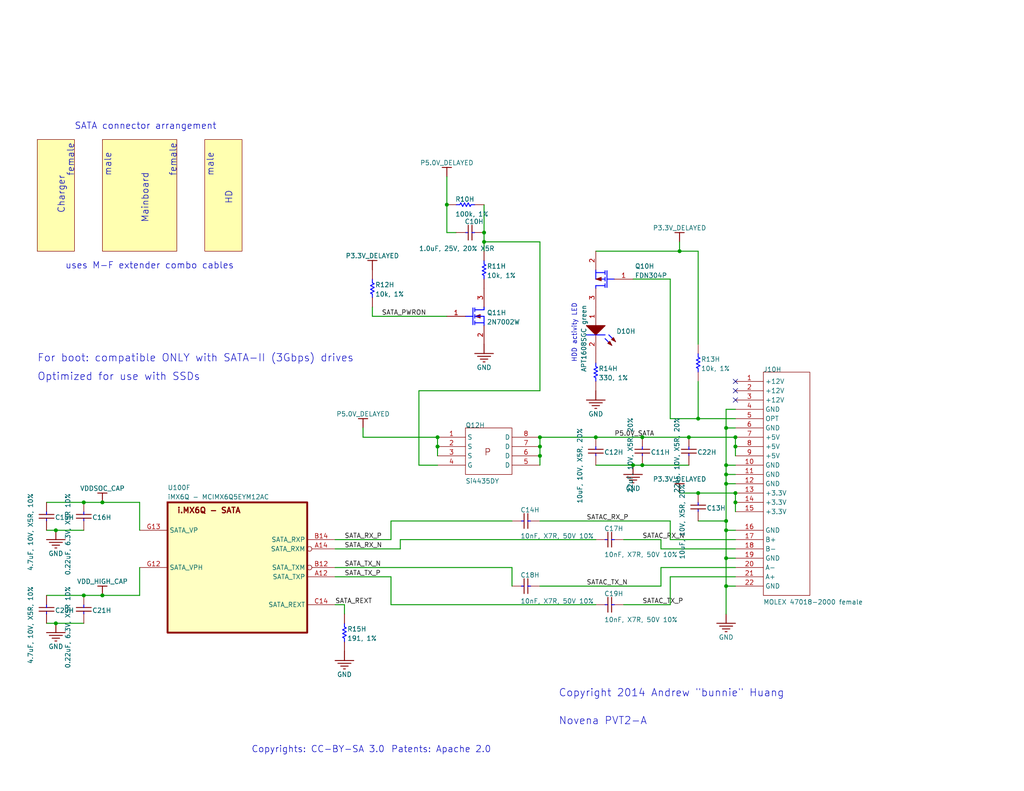
<source format=kicad_sch>
(kicad_sch (version 20230121) (generator eeschema)
  (paper "A")
  (junction (at 15.24 170.18))
  (junction (at 119.38 121.92))
  (junction (at 200.66 134.62))
  (junction (at 175.26 127))
  (junction (at 22.86 162.56))
  (junction (at 175.26 119.38))
  (junction (at 198.12 152.4))
  (junction (at 190.5 134.62))
  (junction (at 200.66 119.38))
  (junction (at 198.12 144.78))
  (junction (at 198.12 116.84))
  (junction (at 27.94 137.16))
  (junction (at 198.12 129.54))
  (junction (at 187.96 119.38))
  (junction (at 200.66 121.92))
  (junction (at 147.32 119.38))
  (junction (at 132.08 63.5))
  (junction (at 185.42 68.58))
  (junction (at 121.92 55.88))
  (junction (at 172.72 127))
  (junction (at 147.32 121.92))
  (junction (at 198.12 142.24))
  (junction (at 162.56 119.38))
  (junction (at 22.86 137.16))
  (junction (at 200.66 137.16))
  (junction (at 190.5 114.3))
  (junction (at 15.24 144.78))
  (junction (at 198.12 160.02))
  (junction (at 198.12 132.08))
  (junction (at 132.08 66.04))
  (junction (at 27.94 162.56))
  (junction (at 147.32 124.46))
  (junction (at 119.38 119.38))
  (junction (at 198.12 127))
  (no_connect (at 200.66 109.22))
  (no_connect (at 200.66 106.68))
  (no_connect (at 200.66 104.14))
  (wire (pts (xy 147.32 124.46) (xy 147.32 121.92)) (stroke (width 0.254)))
  (wire (pts (xy 22.86 162.56) (xy 27.94 162.56)) (stroke (width 0.254)))
  (wire (pts (xy 15.24 144.78) (xy 22.86 144.78)) (stroke (width 0.254)))
  (wire (pts (xy 200.66 124.46) (xy 200.66 121.92)) (stroke (width 0.254)))
  (wire (pts (xy 200.66 152.4) (xy 198.12 152.4)) (stroke (width 0.254)))
  (wire (pts (xy 162.56 127) (xy 172.72 127)) (stroke (width 0.254)))
  (wire (pts (xy 198.12 116.84) (xy 198.12 127)) (stroke (width 0.254)))
  (wire (pts (xy 185.42 68.58) (xy 185.42 66.04)) (stroke (width 0.254)))
  (wire (pts (xy 147.32 66.04) (xy 132.08 66.04)) (stroke (width 0.254)))
  (wire (pts (xy 147.32 119.38) (xy 162.56 119.38)) (stroke (width 0.254)))
  (wire (pts (xy 132.08 66.04) (xy 132.08 63.5)) (stroke (width 0.254)))
  (wire (pts (xy 38.1 137.16) (xy 38.1 144.78)) (stroke (width 0.254)))
  (wire (pts (xy 93.98 167.64) (xy 93.98 165.1)) (stroke (width 0.254)))
  (wire (pts (xy 27.94 137.16) (xy 38.1 137.16)) (stroke (width 0.254)))
  (wire (pts (xy 22.86 137.16) (xy 27.94 137.16)) (stroke (width 0.254)))
  (wire (pts (xy 187.96 119.38) (xy 175.26 119.38)) (stroke (width 0.254)))
  (wire (pts (xy 119.38 121.92) (xy 119.38 119.38)) (stroke (width 0.254)))
  (wire (pts (xy 121.92 48.26) (xy 121.92 55.88)) (stroke (width 0.254)))
  (wire (pts (xy 198.12 160.02) (xy 198.12 167.64)) (stroke (width 0.254)))
  (wire (pts (xy 109.22 147.32) (xy 162.56 147.32)) (stroke (width 0.254)))
  (wire (pts (xy 106.68 147.32) (xy 106.68 142.24)) (stroke (width 0.254)))
  (wire (pts (xy 182.88 165.1) (xy 182.88 157.48)) (stroke (width 0.254)))
  (wire (pts (xy 190.5 134.62) (xy 185.42 134.62)) (stroke (width 0.254)))
  (wire (pts (xy 200.66 149.86) (xy 180.34 149.86)) (stroke (width 0.254)))
  (wire (pts (xy 93.98 165.1) (xy 91.44 165.1)) (stroke (width 0.254)))
  (wire (pts (xy 200.66 132.08) (xy 198.12 132.08)) (stroke (width 0.254)))
  (wire (pts (xy 198.12 142.24) (xy 198.12 144.78)) (stroke (width 0.254)))
  (wire (pts (xy 180.34 149.86) (xy 180.34 147.32)) (stroke (width 0.254)))
  (wire (pts (xy 182.88 147.32) (xy 200.66 147.32)) (stroke (width 0.254)))
  (wire (pts (xy 200.66 127) (xy 198.12 127)) (stroke (width 0.254)))
  (wire (pts (xy 147.32 142.24) (xy 182.88 142.24)) (stroke (width 0.254)))
  (wire (pts (xy 198.12 132.08) (xy 198.12 142.24)) (stroke (width 0.254)))
  (wire (pts (xy 147.32 106.68) (xy 147.32 66.04)) (stroke (width 0.254)))
  (wire (pts (xy 175.26 127) (xy 187.96 127)) (stroke (width 0.254)))
  (wire (pts (xy 12.7 144.78) (xy 15.24 144.78)) (stroke (width 0.254)))
  (wire (pts (xy 190.5 68.58) (xy 185.42 68.58)) (stroke (width 0.254)))
  (wire (pts (xy 38.1 162.56) (xy 38.1 154.94)) (stroke (width 0.254)))
  (wire (pts (xy 91.44 157.48) (xy 106.68 157.48)) (stroke (width 0.254)))
  (wire (pts (xy 182.88 142.24) (xy 182.88 147.32)) (stroke (width 0.254)))
  (wire (pts (xy 101.6 86.36) (xy 121.92 86.36)) (stroke (width 0.254)))
  (wire (pts (xy 198.12 111.76) (xy 198.12 116.84)) (stroke (width 0.254)))
  (wire (pts (xy 121.92 63.5) (xy 124.46 63.5)) (stroke (width 0.254)))
  (wire (pts (xy 200.66 116.84) (xy 198.12 116.84)) (stroke (width 0.254)))
  (wire (pts (xy 106.68 142.24) (xy 139.7 142.24)) (stroke (width 0.254)))
  (wire (pts (xy 27.94 162.56) (xy 38.1 162.56)) (stroke (width 0.254)))
  (wire (pts (xy 99.06 119.38) (xy 99.06 116.84)) (stroke (width 0.254)))
  (wire (pts (xy 12.7 170.18) (xy 15.24 170.18)) (stroke (width 0.254)))
  (wire (pts (xy 182.88 76.2) (xy 182.88 114.3)) (stroke (width 0.254)))
  (wire (pts (xy 185.42 68.58) (xy 162.56 68.58)) (stroke (width 0.254)))
  (wire (pts (xy 119.38 119.38) (xy 99.06 119.38)) (stroke (width 0.254)))
  (wire (pts (xy 190.5 114.3) (xy 200.66 114.3)) (stroke (width 0.254)))
  (wire (pts (xy 121.92 55.88) (xy 121.92 63.5)) (stroke (width 0.254)))
  (wire (pts (xy 200.66 111.76) (xy 198.12 111.76)) (stroke (width 0.254)))
  (wire (pts (xy 190.5 142.24) (xy 198.12 142.24)) (stroke (width 0.254)))
  (wire (pts (xy 200.66 139.7) (xy 200.66 137.16)) (stroke (width 0.254)))
  (wire (pts (xy 172.72 76.2) (xy 182.88 76.2)) (stroke (width 0.254)))
  (wire (pts (xy 114.3 106.68) (xy 147.32 106.68)) (stroke (width 0.254)))
  (wire (pts (xy 198.12 127) (xy 198.12 129.54)) (stroke (width 0.254)))
  (wire (pts (xy 12.7 137.16) (xy 22.86 137.16)) (stroke (width 0.254)))
  (wire (pts (xy 190.5 93.98) (xy 190.5 68.58)) (stroke (width 0.254)))
  (wire (pts (xy 182.88 114.3) (xy 190.5 114.3)) (stroke (width 0.254)))
  (wire (pts (xy 139.7 154.94) (xy 139.7 160.02)) (stroke (width 0.254)))
  (wire (pts (xy 91.44 147.32) (xy 106.68 147.32)) (stroke (width 0.254)))
  (wire (pts (xy 198.12 129.54) (xy 198.12 132.08)) (stroke (width 0.254)))
  (wire (pts (xy 91.44 149.86) (xy 109.22 149.86)) (stroke (width 0.254)))
  (wire (pts (xy 200.66 137.16) (xy 200.66 134.62)) (stroke (width 0.254)))
  (wire (pts (xy 198.12 152.4) (xy 198.12 160.02)) (stroke (width 0.254)))
  (wire (pts (xy 170.18 165.1) (xy 182.88 165.1)) (stroke (width 0.254)))
  (wire (pts (xy 190.5 104.14) (xy 190.5 114.3)) (stroke (width 0.254)))
  (wire (pts (xy 180.34 160.02) (xy 180.34 154.94)) (stroke (width 0.254)))
  (wire (pts (xy 147.32 121.92) (xy 147.32 119.38)) (stroke (width 0.254)))
  (wire (pts (xy 200.66 121.92) (xy 200.66 119.38)) (stroke (width 0.254)))
  (wire (pts (xy 132.08 63.5) (xy 132.08 55.88)) (stroke (width 0.254)))
  (wire (pts (xy 106.68 165.1) (xy 162.56 165.1)) (stroke (width 0.254)))
  (wire (pts (xy 106.68 157.48) (xy 106.68 165.1)) (stroke (width 0.254)))
  (wire (pts (xy 200.66 134.62) (xy 190.5 134.62)) (stroke (width 0.254)))
  (wire (pts (xy 147.32 127) (xy 147.32 124.46)) (stroke (width 0.254)))
  (wire (pts (xy 162.56 119.38) (xy 175.26 119.38)) (stroke (width 0.254)))
  (wire (pts (xy 119.38 127) (xy 114.3 127)) (stroke (width 0.254)))
  (wire (pts (xy 12.7 162.56) (xy 22.86 162.56)) (stroke (width 0.254)))
  (wire (pts (xy 132.08 68.58) (xy 132.08 66.04)) (stroke (width 0.254)))
  (wire (pts (xy 200.66 160.02) (xy 198.12 160.02)) (stroke (width 0.254)))
  (wire (pts (xy 172.72 127) (xy 175.26 127)) (stroke (width 0.254)))
  (wire (pts (xy 180.34 147.32) (xy 170.18 147.32)) (stroke (width 0.254)))
  (wire (pts (xy 119.38 124.46) (xy 119.38 121.92)) (stroke (width 0.254)))
  (wire (pts (xy 182.88 157.48) (xy 200.66 157.48)) (stroke (width 0.254)))
  (wire (pts (xy 200.66 119.38) (xy 187.96 119.38)) (stroke (width 0.254)))
  (wire (pts (xy 180.34 154.94) (xy 200.66 154.94)) (stroke (width 0.254)))
  (wire (pts (xy 114.3 127) (xy 114.3 106.68)) (stroke (width 0.254)))
  (wire (pts (xy 91.44 154.94) (xy 139.7 154.94)) (stroke (width 0.254)))
  (wire (pts (xy 147.32 160.02) (xy 180.34 160.02)) (stroke (width 0.254)))
  (wire (pts (xy 101.6 83.82) (xy 101.6 86.36)) (stroke (width 0.254)))
  (wire (pts (xy 109.22 149.86) (xy 109.22 147.32)) (stroke (width 0.254)))
  (wire (pts (xy 15.24 170.18) (xy 22.86 170.18)) (stroke (width 0.254)))
  (wire (pts (xy 200.66 144.78) (xy 198.12 144.78)) (stroke (width 0.254)))
  (wire (pts (xy 198.12 144.78) (xy 198.12 152.4)) (stroke (width 0.254)))
  (wire (pts (xy 200.66 129.54) (xy 198.12 129.54)) (stroke (width 0.254)))
  (rectangle (start 48.26 38.1) (end 27.94 68.58) (stroke (width 0) (color 128 0 0 1)) (fill (type color) (color 255 255 176 1)))
  (rectangle (start 66.04 38.1) (end 55.88 68.58) (stroke (width 0) (color 128 0 0 1)) (fill (type color) (color 255 255 176 1)))
  (rectangle (start 20.32 38.1) (end 10.16 68.58) (stroke (width 0) (color 128 0 0 1)) (fill (type color) (color 255 255 176 1)))
  (text "For boot: compatible ONLY with SATA-II (3Gbps) drives" (at 10.16 99.06 0) (effects (font (size 2.032 2.032)) (justify left bottom)))
  (text "male" (at 58.42 48.26 90) (effects (font (size 1.778 1.778)) (justify left bottom)))
  (text "female" (at 48.26 48.26 90) (effects (font (size 1.778 1.778)) (justify left bottom)))
  (text "Patents: Apache 2.0" (at 106.68 205.74 0) (effects (font (size 1.778 1.778)) (justify left bottom)))
  (text "male" (at 30.48 48.26 90) (effects (font (size 1.778 1.778)) (justify left bottom)))
  (text "Copyright 2014 Andrew \"bunnie\" Huang" (at 152.4 190.5 0) (effects (font (size 2.032 2.032)) (justify left bottom)))
  (text "female" (at 20.32 48.26 90) (effects (font (size 1.778 1.778)) (justify left bottom)))
  (text "HDD activity LED" (at 157.48 99.06 90) (effects (font (size 1.27 1.27)) (justify left bottom)))
  (text "SATA connector arrangement" (at 20.32 35.56 0) (effects (font (size 1.778 1.778)) (justify left bottom)))
  (text "HD" (at 63.5 55.88 90) (effects (font (size 1.778 1.778)) (justify left bottom)))
  (text "Novena PVT2-A" (at 152.4 198.12 0) (effects (font (size 2.032 2.032)) (justify left bottom)))
  (text "Copyrights: CC-BY-SA 3.0" (at 68.58 205.74 0) (effects (font (size 1.778 1.778)) (justify left bottom)))
  (text "Mainboard" (at 40.64 60.96 90) (effects (font (size 1.778 1.778)) (justify left bottom)))
  (text "Optimized for use with SSDs" (at 10.16 104.14 0) (effects (font (size 2.032 2.032)) (justify left bottom)))
  (text "uses M-F extender combo cables" (at 17.78 73.66 0) (effects (font (size 1.778 1.778)) (justify left bottom)))
  (text "Charger" (at 17.78 58.42 90) (effects (font (size 1.778 1.778)) (justify left bottom)))
  (label "SATAC_RX_N" (at 175.26 147.32 0))
  (label "SATA_RX_N" (at 93.98 149.86 0))
  (label "SATA_TX_N" (at 93.98 154.94 0))
  (label "P5.0V_SATA" (at 167.64 119.38 0))
  (label "SATA_TX_P" (at 93.98 157.48 0))
  (label "SATAC_TX_N" (at 160.02 160.02 0))
  (label "SATA_RX_P" (at 93.98 147.32 0))
  (label "SATA_PWRON" (at 104.14 86.36 0))
  (label "SATAC_RX_P" (at 160.02 142.24 0))
  (label "SATA_REXT" (at 91.44 165.1 0))
  (label "SATAC_TX_P" (at 175.26 165.1 0))
  (symbol (lib_id "novena_pvt2_KiCAD-altium-import:P3.3V_DELAYED") (at 185.42 66.04 180) (unit 1)
    (property "Reference" "#PWR?" (effects hide))
    (property "Value" "P3.3V_DELAYED" (at 185.42 62.23 0))
  )
  (symbol (lib_id "novena_pvt2_KiCAD-altium-import:GND") (at 162.56 106.68 0) (unit 1)
    (property "Reference" "#PWR?" (effects hide))
    (property "Value" "GND" (at 162.56 113.03 0))
  )
  (symbol (lib_id "novena_pvt2_KiCAD-altium-import:09sata_3_Cap Semi") (at 25.4 165.1 0) (unit 1)
    (property "Reference" "C21H" (at 25.146 167.386 0) (effects (justify left bottom)))
    (property "Value" "0.22uF, 6.3V, X5R 10%" (at 17.78 160.02 90) (effects (justify right top)))
    (property "Footprint" "CAPC0603N_B" (effects hide))
    (property "PUBLISHED" "8-Jun-2000" (effects hide))
    (property "LATESTREVISIONDATE" "17-Jul-2002" (effects hide))
    (property "LATESTREVISIONNOTE" "Re-released for DXP Platform." (effects hide))
    (property "PACKAGEREFERENCE" "C1206" (effects hide))
    (property "PUBLISHER" "Altium Limited" (effects hide))
  )
  (symbol (lib_id "novena_pvt2_KiCAD-altium-import:GND") (at 172.72 127 0) (unit 1)
    (property "Reference" "#PWR?" (effects hide))
    (property "Value" "GND" (at 172.72 133.35 0))
  )
  (symbol (lib_id "novena_pvt2_KiCAD-altium-import:09sata_2_Res1") (at 129.54 58.42 0) (unit 1)
    (property "Reference" "R10H" (at 124.206 55.118 0) (effects (justify left bottom)))
    (property "Value" "100k, 1%" (at 124.206 59.182 0) (effects (justify left bottom)))
    (property "Footprint" "RESC1005N" (effects hide))
    (property "PUBLISHED" "8-Jun-2000" (effects hide))
    (property "LATESTREVISIONDATE" "17-Jul-2002" (effects hide))
    (property "LATESTREVISIONNOTE" "Re-released for DXP Platform." (effects hide))
    (property "PACKAGEREFERENCE" "AXIAL-0.3" (effects hide))
    (property "PUBLISHER" "Altium Limited" (effects hide))
    (property "ALTIUM_VALUE" "100k" (effects hide))
  )
  (symbol (lib_id "novena_pvt2_KiCAD-altium-import:09sata_2_MOSFET-P") (at 167.64 78.74 0) (unit 1)
    (property "Reference" "Q10H" (at 173.228 73.406 0) (effects (justify left bottom)))
    (property "Value" "FDN304P" (at 173.228 75.946 0) (effects (justify left bottom)))
    (property "Footprint" "SOT23-3N" (effects hide))
    (property "PUBLISHED" "8-Jun-2000" (effects hide))
    (property "LATESTREVISIONDATE" "17-Jul-2002" (effects hide))
    (property "LATESTREVISIONNOTE" "Re-released for DXP Platform." (effects hide))
    (property "PACKAGEVERSION" "1995/1996" (effects hide))
    (property "PACKAGEREFERENCE" "E3" (effects hide))
    (property "PUBLISHER" "Altium Limited" (effects hide))
    (property "PACKAGEDESCRIPTION" "TO, Flat Index; 3 In-Line, Axial Leads; Body Dia. 4.6mm; Lead Dia. 0.5 mm (max)" (effects hide))
  )
  (symbol (lib_id "novena_pvt2_KiCAD-altium-import:09sata_3_LED2") (at 165.1 88.9 0) (unit 1)
    (property "Reference" "D10H" (at 168.148 91.186 0) (effects (justify left bottom)))
    (property "Value" "APT1608SGC green" (at 160.02 101.6 90) (effects (justify left bottom)))
    (property "Footprint" "CD1608-0603" (effects hide))
    (property "PUBLISHED" "8-Jun-2000" (effects hide))
    (property "LATESTREVISIONDATE" "17-Jul-2002" (effects hide))
    (property "LATESTREVISIONNOTE" "Re-released for DXP Platform." (effects hide))
    (property "PACKAGEVERSION" "Feb-2002" (effects hide))
    (property "PACKAGEREFERENCE" "3.2X1.6X1.1" (effects hide))
    (property "PUBLISHER" "Altium Limited" (effects hide))
  )
  (symbol (lib_id "novena_pvt2_KiCAD-altium-import:09sata_2_mirrored_SATA_22P_HEADER") (at 208.28 139.7 0) (unit 1)
    (property "Reference" "J10H" (at 208.28 101.6 0) (effects (justify left bottom)))
    (property "Value" "MOLEX 47018-2000 female" (at 208.28 165.1 0) (effects (justify left bottom)))
    (property "Footprint" "SATA_MOLEX_47018_2000" (effects hide))
  )
  (symbol (lib_id "novena_pvt2_KiCAD-altium-import:09sata_3_Res1") (at 96.52 170.18 0) (unit 1)
    (property "Reference" "R15H" (at 94.742 172.466 0) (effects (justify left bottom)))
    (property "Value" "191, 1%" (at 94.742 175.006 0) (effects (justify left bottom)))
    (property "Footprint" "RESC1005N" (effects hide))
    (property "PUBLISHED" "8-Jun-2000" (effects hide))
    (property "LATESTREVISIONDATE" "17-Jul-2002" (effects hide))
    (property "LATESTREVISIONNOTE" "Re-released for DXP Platform." (effects hide))
    (property "PACKAGEREFERENCE" "AXIAL-0.3" (effects hide))
    (property "PUBLISHER" "Altium Limited" (effects hide))
    (property "ALTIUM_VALUE" "100k" (effects hide))
  )
  (symbol (lib_id "novena_pvt2_KiCAD-altium-import:09sata_3_Cap Semi") (at 177.8 121.92 0) (unit 1)
    (property "Reference" "C11H" (at 177.546 124.206 0) (effects (justify left bottom)))
    (property "Value" "22uF, 10V, X5R, 20%" (at 172.72 134.62 90) (effects (justify left bottom)))
    (property "Footprint" "CAPC2012N" (effects hide))
    (property "PUBLISHED" "8-Jun-2000" (effects hide))
    (property "LATESTREVISIONDATE" "17-Jul-2002" (effects hide))
    (property "LATESTREVISIONNOTE" "Re-released for DXP Platform." (effects hide))
    (property "PACKAGEREFERENCE" "C1206" (effects hide))
    (property "PUBLISHER" "Altium Limited" (effects hide))
  )
  (symbol (lib_id "novena_pvt2_KiCAD-altium-import:09sata_3_Cap Semi") (at 15.24 165.1 0) (unit 1)
    (property "Reference" "C20H" (at 14.986 167.386 0) (effects (justify left bottom)))
    (property "Value" "4.7uF, 10V, X5R, 10%" (at 7.62 160.02 90) (effects (justify right top)))
    (property "Footprint" "CAPC1608N_HD" (effects hide))
    (property "PUBLISHED" "8-Jun-2000" (effects hide))
    (property "LATESTREVISIONDATE" "17-Jul-2002" (effects hide))
    (property "LATESTREVISIONNOTE" "Re-released for DXP Platform." (effects hide))
    (property "PACKAGEREFERENCE" "C1206" (effects hide))
    (property "PUBLISHER" "Altium Limited" (effects hide))
  )
  (symbol (lib_id "novena_pvt2_KiCAD-altium-import:09sata_0_MOSFET-N") (at 127 83.82 0) (unit 1)
    (property "Reference" "Q11H" (at 132.842 86.106 0) (effects (justify left bottom)))
    (property "Value" "2N7002W" (at 132.842 88.646 0) (effects (justify left bottom)))
    (property "Footprint" "SOT323-3AN" (effects hide))
    (property "PUBLISHED" "8-Jun-2000" (effects hide))
    (property "LATESTREVISIONDATE" "17-Jul-2002" (effects hide))
    (property "LATESTREVISIONNOTE" "Re-released for DXP Platform." (effects hide))
    (property "PACKAGEVERSION" "1995/1996" (effects hide))
    (property "PACKAGEREFERENCE" "E3" (effects hide))
    (property "PUBLISHER" "Altium Limited" (effects hide))
  )
  (symbol (lib_id "novena_pvt2_KiCAD-altium-import:VDDSOC_CAP") (at 27.94 137.16 180) (unit 1)
    (property "Reference" "#PWR?" (effects hide))
    (property "Value" "VDDSOC_CAP" (at 27.94 133.35 0))
  )
  (symbol (lib_id "novena_pvt2_KiCAD-altium-import:GND") (at 15.24 144.78 0) (unit 1)
    (property "Reference" "#PWR?" (effects hide))
    (property "Value" "GND" (at 15.24 151.13 0))
  )
  (symbol (lib_id "novena_pvt2_KiCAD-altium-import:P5.0V_DELAYED") (at 121.92 48.26 180) (unit 1)
    (property "Reference" "#PWR?" (effects hide))
    (property "Value" "P5.0V_DELAYED" (at 121.92 44.45 0))
  )
  (symbol (lib_id "novena_pvt2_KiCAD-altium-import:09sata_0_Si4435DY") (at 127 119.38 0) (unit 1)
    (property "Reference" "Q12H" (at 127 116.84 0) (effects (justify left bottom)))
    (property "Value" "Si4435DY" (at 127 132.08 0) (effects (justify left bottom)))
    (property "Footprint" "SOIC127P600-8AN" (effects hide))
  )
  (symbol (lib_id "novena_pvt2_KiCAD-altium-import:09sata_3_Res1") (at 134.62 71.12 0) (unit 1)
    (property "Reference" "R11H" (at 132.842 73.406 0) (effects (justify left bottom)))
    (property "Value" "10k, 1%" (at 132.842 75.946 0) (effects (justify left bottom)))
    (property "Footprint" "RESC1005N" (effects hide))
    (property "PUBLISHED" "8-Jun-2000" (effects hide))
    (property "LATESTREVISIONDATE" "17-Jul-2002" (effects hide))
    (property "LATESTREVISIONNOTE" "Re-released for DXP Platform." (effects hide))
    (property "PACKAGEREFERENCE" "AXIAL-0.3" (effects hide))
    (property "PUBLISHER" "Altium Limited" (effects hide))
    (property "ALTIUM_VALUE" "100k" (effects hide))
  )
  (symbol (lib_id "novena_pvt2_KiCAD-altium-import:P3.3V_DELAYED") (at 185.42 134.62 180) (unit 1)
    (property "Reference" "#PWR?" (effects hide))
    (property "Value" "P3.3V_DELAYED" (at 185.42 130.81 0))
  )
  (symbol (lib_id "novena_pvt2_KiCAD-altium-import:GND") (at 198.12 167.64 0) (unit 1)
    (property "Reference" "#PWR?" (effects hide))
    (property "Value" "GND" (at 198.12 173.99 0))
  )
  (symbol (lib_id "novena_pvt2_KiCAD-altium-import:09sata_1_Res1") (at 160.02 104.14 0) (unit 1)
    (property "Reference" "R14H" (at 163.322 101.346 0) (effects (justify left bottom)))
    (property "Value" "330, 1%" (at 163.322 103.886 0) (effects (justify left bottom)))
    (property "Footprint" "RESC1005N" (effects hide))
    (property "PUBLISHED" "8-Jun-2000" (effects hide))
    (property "LATESTREVISIONDATE" "17-Jul-2002" (effects hide))
    (property "LATESTREVISIONNOTE" "Re-released for DXP Platform." (effects hide))
    (property "PACKAGEREFERENCE" "AXIAL-0.3" (effects hide))
    (property "PUBLISHER" "Altium Limited" (effects hide))
    (property "ALTIUM_VALUE" "100k" (effects hide))
  )
  (symbol (lib_id "novena_pvt2_KiCAD-altium-import:09sata_3_Cap Semi") (at 15.24 139.7 0) (unit 1)
    (property "Reference" "C15H" (at 14.986 141.986 0) (effects (justify left bottom)))
    (property "Value" "4.7uF, 10V, X5R, 10%" (at 7.62 134.62 90) (effects (justify right top)))
    (property "Footprint" "CAPC1608N_HD" (effects hide))
    (property "PUBLISHED" "8-Jun-2000" (effects hide))
    (property "LATESTREVISIONDATE" "17-Jul-2002" (effects hide))
    (property "LATESTREVISIONNOTE" "Re-released for DXP Platform." (effects hide))
    (property "PACKAGEREFERENCE" "C1206" (effects hide))
    (property "PUBLISHER" "Altium Limited" (effects hide))
  )
  (symbol (lib_id "novena_pvt2_KiCAD-altium-import:GND") (at 15.24 170.18 0) (unit 1)
    (property "Reference" "#PWR?" (effects hide))
    (property "Value" "GND" (at 15.24 176.53 0))
  )
  (symbol (lib_id "novena_pvt2_KiCAD-altium-import:09sata_0_PCIMX6Q6VV1A") (at 45.72 137.16 0) (unit 6)
    (property "Reference" "U100" (at 45.72 133.858 0) (effects (justify left bottom)))
    (property "Value" "iMX6Q - MCIMX6Q5EYM12AC" (at 45.72 136.398 0) (effects (justify left bottom)))
    (property "AGILE_PN" "TMP-WF-14526" (effects hide))
    (property "MFG_NAME01" "Freescale Semiconductor" (effects hide))
    (property "MFG_PN01" "PCIMX6Q6VV1A" (effects hide))
    (property "ROHS" "Yes" (effects hide))
    (property "PRE_APN" "344-01218" (effects hide))
    (property "HEIGHT" "2.16MM" (effects hide))
  )
  (symbol (lib_id "novena_pvt2_KiCAD-altium-import:09sata_0_Cap Semi") (at 165.1 162.56 0) (unit 1)
    (property "Reference" "C19H" (at 164.846 162.814 0) (effects (justify left bottom)))
    (property "Value" "10nF, X7R, 50V 10%" (at 164.846 169.926 0) (effects (justify left bottom)))
    (property "Footprint" "CAPC1005N" (effects hide))
    (property "PUBLISHED" "8-Jun-2000" (effects hide))
    (property "LATESTREVISIONDATE" "17-Jul-2002" (effects hide))
    (property "LATESTREVISIONNOTE" "Re-released for DXP Platform." (effects hide))
    (property "PACKAGEREFERENCE" "C1206" (effects hide))
    (property "PUBLISHER" "Altium Limited" (effects hide))
  )
  (symbol (lib_id "novena_pvt2_KiCAD-altium-import:P5.0V_DELAYED") (at 99.06 116.84 180) (unit 1)
    (property "Reference" "#PWR?" (effects hide))
    (property "Value" "P5.0V_DELAYED" (at 99.06 113.03 0))
  )
  (symbol (lib_id "novena_pvt2_KiCAD-altium-import:09sata_0_Cap Semi") (at 142.24 139.7 0) (unit 1)
    (property "Reference" "C14H" (at 141.986 139.954 0) (effects (justify left bottom)))
    (property "Value" "10nF, X7R, 50V 10%" (at 141.986 147.066 0) (effects (justify left bottom)))
    (property "Footprint" "CAPC1005N" (effects hide))
    (property "PUBLISHED" "8-Jun-2000" (effects hide))
    (property "LATESTREVISIONDATE" "17-Jul-2002" (effects hide))
    (property "LATESTREVISIONNOTE" "Re-released for DXP Platform." (effects hide))
    (property "PACKAGEREFERENCE" "C1206" (effects hide))
    (property "PUBLISHER" "Altium Limited" (effects hide))
  )
  (symbol (lib_id "novena_pvt2_KiCAD-altium-import:09sata_0_Cap Semi") (at 165.1 144.78 0) (unit 1)
    (property "Reference" "C17H" (at 164.846 145.034 0) (effects (justify left bottom)))
    (property "Value" "10nF, X7R, 50V 10%" (at 164.846 152.146 0) (effects (justify left bottom)))
    (property "Footprint" "CAPC1005N" (effects hide))
    (property "PUBLISHED" "8-Jun-2000" (effects hide))
    (property "LATESTREVISIONDATE" "17-Jul-2002" (effects hide))
    (property "LATESTREVISIONNOTE" "Re-released for DXP Platform." (effects hide))
    (property "PACKAGEREFERENCE" "C1206" (effects hide))
    (property "PUBLISHER" "Altium Limited" (effects hide))
  )
  (symbol (lib_id "novena_pvt2_KiCAD-altium-import:P3.3V_DELAYED") (at 101.6 73.66 180) (unit 1)
    (property "Reference" "#PWR?" (effects hide))
    (property "Value" "P3.3V_DELAYED" (at 101.6 69.85 0))
  )
  (symbol (lib_id "novena_pvt2_KiCAD-altium-import:09sata_0_Cap Semi") (at 127 60.96 0) (unit 1)
    (property "Reference" "C10H" (at 126.746 61.214 0) (effects (justify left bottom)))
    (property "Value" "1.0uF, 25V, 20% X5R" (at 114.3 68.58 0) (effects (justify left bottom)))
    (property "Footprint" "CAPC1608N" (effects hide))
    (property "PUBLISHED" "8-Jun-2000" (effects hide))
    (property "LATESTREVISIONDATE" "17-Jul-2002" (effects hide))
    (property "LATESTREVISIONNOTE" "Re-released for DXP Platform." (effects hide))
    (property "PACKAGEREFERENCE" "C1206" (effects hide))
    (property "PUBLISHER" "Altium Limited" (effects hide))
  )
  (symbol (lib_id "novena_pvt2_KiCAD-altium-import:09sata_0_Cap Semi") (at 142.24 157.48 0) (unit 1)
    (property "Reference" "C18H" (at 141.986 157.734 0) (effects (justify left bottom)))
    (property "Value" "10nF, X7R, 50V 10%" (at 141.986 164.846 0) (effects (justify left bottom)))
    (property "Footprint" "CAPC1005N" (effects hide))
    (property "PUBLISHED" "8-Jun-2000" (effects hide))
    (property "LATESTREVISIONDATE" "17-Jul-2002" (effects hide))
    (property "LATESTREVISIONNOTE" "Re-released for DXP Platform." (effects hide))
    (property "PACKAGEREFERENCE" "C1206" (effects hide))
    (property "PUBLISHER" "Altium Limited" (effects hide))
  )
  (symbol (lib_id "novena_pvt2_KiCAD-altium-import:09sata_3_Cap Semi") (at 165.1 121.92 0) (unit 1)
    (property "Reference" "C12H" (at 164.846 124.206 0) (effects (justify left bottom)))
    (property "Value" "10uF, 10V, X5R, 20%" (at 157.48 116.84 90) (effects (justify right top)))
    (property "Footprint" "CAPC1608N" (effects hide))
    (property "PUBLISHED" "8-Jun-2000" (effects hide))
    (property "LATESTREVISIONDATE" "17-Jul-2002" (effects hide))
    (property "LATESTREVISIONNOTE" "Re-released for DXP Platform." (effects hide))
    (property "PACKAGEREFERENCE" "C1206" (effects hide))
    (property "PUBLISHER" "Altium Limited" (effects hide))
  )
  (symbol (lib_id "novena_pvt2_KiCAD-altium-import:09sata_3_Cap Semi") (at 193.04 137.16 0) (unit 1)
    (property "Reference" "C13H" (at 192.786 139.446 0) (effects (justify left bottom)))
    (property "Value" "10uF, 10V, X5R, 20%" (at 185.42 132.08 90) (effects (justify right top)))
    (property "Footprint" "CAPC1608N" (effects hide))
    (property "PUBLISHED" "8-Jun-2000" (effects hide))
    (property "LATESTREVISIONDATE" "17-Jul-2002" (effects hide))
    (property "LATESTREVISIONNOTE" "Re-released for DXP Platform." (effects hide))
    (property "PACKAGEREFERENCE" "C1206" (effects hide))
    (property "PUBLISHER" "Altium Limited" (effects hide))
  )
  (symbol (lib_id "novena_pvt2_KiCAD-altium-import:09sata_3_Cap Semi") (at 25.4 139.7 0) (unit 1)
    (property "Reference" "C16H" (at 25.146 141.986 0) (effects (justify left bottom)))
    (property "Value" "0.22uF, 6.3V, X5R 10%" (at 17.78 134.62 90) (effects (justify right top)))
    (property "Footprint" "CAPC0603N_B" (effects hide))
    (property "PUBLISHED" "8-Jun-2000" (effects hide))
    (property "LATESTREVISIONDATE" "17-Jul-2002" (effects hide))
    (property "LATESTREVISIONNOTE" "Re-released for DXP Platform." (effects hide))
    (property "PACKAGEREFERENCE" "C1206" (effects hide))
    (property "PUBLISHER" "Altium Limited" (effects hide))
  )
  (symbol (lib_id "novena_pvt2_KiCAD-altium-import:09sata_3_Cap Semi") (at 190.5 121.92 0) (unit 1)
    (property "Reference" "C22H" (at 190.246 124.206 0) (effects (justify left bottom)))
    (property "Value" "22uF, 10V, X5R, 20%" (at 185.42 134.62 90) (effects (justify left bottom)))
    (property "PUBLISHED" "8-Jun-2000" (effects hide))
    (property "LATESTREVISIONDATE" "17-Jul-2002" (effects hide))
    (property "LATESTREVISIONNOTE" "Re-released for DXP Platform." (effects hide))
    (property "PACKAGEREFERENCE" "C1206" (effects hide))
    (property "PUBLISHER" "Altium Limited" (effects hide))
  )
  (symbol (lib_id "novena_pvt2_KiCAD-altium-import:GND") (at 132.08 93.98 0) (unit 1)
    (property "Reference" "#PWR?" (effects hide))
    (property "Value" "GND" (at 132.08 100.33 0))
  )
  (symbol (lib_id "novena_pvt2_KiCAD-altium-import:VDD_HIGH_CAP") (at 27.94 162.56 180) (unit 1)
    (property "Reference" "#PWR?" (effects hide))
    (property "Value" "VDD_HIGH_CAP" (at 27.94 158.75 0))
  )
  (symbol (lib_id "novena_pvt2_KiCAD-altium-import:09sata_3_Res1") (at 104.14 76.2 0) (unit 1)
    (property "Reference" "R12H" (at 102.362 78.486 0) (effects (justify left bottom)))
    (property "Value" "10k, 1%" (at 102.362 81.026 0) (effects (justify left bottom)))
    (property "Footprint" "RESC1005N" (effects hide))
    (property "PUBLISHED" "8-Jun-2000" (effects hide))
    (property "LATESTREVISIONDATE" "17-Jul-2002" (effects hide))
    (property "LATESTREVISIONNOTE" "Re-released for DXP Platform." (effects hide))
    (property "PACKAGEREFERENCE" "AXIAL-0.3" (effects hide))
    (property "PUBLISHER" "Altium Limited" (effects hide))
    (property "ALTIUM_VALUE" "100k" (effects hide))
  )
  (symbol (lib_id "novena_pvt2_KiCAD-altium-import:GND") (at 93.98 177.8 0) (unit 1)
    (property "Reference" "#PWR?" (effects hide))
    (property "Value" "GND" (at 93.98 184.15 0))
  )
  (symbol (lib_id "novena_pvt2_KiCAD-altium-import:09sata_3_Res1") (at 193.04 96.52 0) (unit 1)
    (property "Reference" "R13H" (at 191.262 98.806 0) (effects (justify left bottom)))
    (property "Value" "10k, 1%" (at 191.262 101.346 0) (effects (justify left bottom)))
    (property "Footprint" "RESC1005N" (effects hide))
    (property "PUBLISHED" "8-Jun-2000" (effects hide))
    (property "LATESTREVISIONDATE" "17-Jul-2002" (effects hide))
    (property "LATESTREVISIONNOTE" "Re-released for DXP Platform." (effects hide))
    (property "PACKAGEREFERENCE" "AXIAL-0.3" (effects hide))
    (property "PUBLISHER" "Altium Limited" (effects hide))
    (property "ALTIUM_VALUE" "100k" (effects hide))
  )
)
</source>
